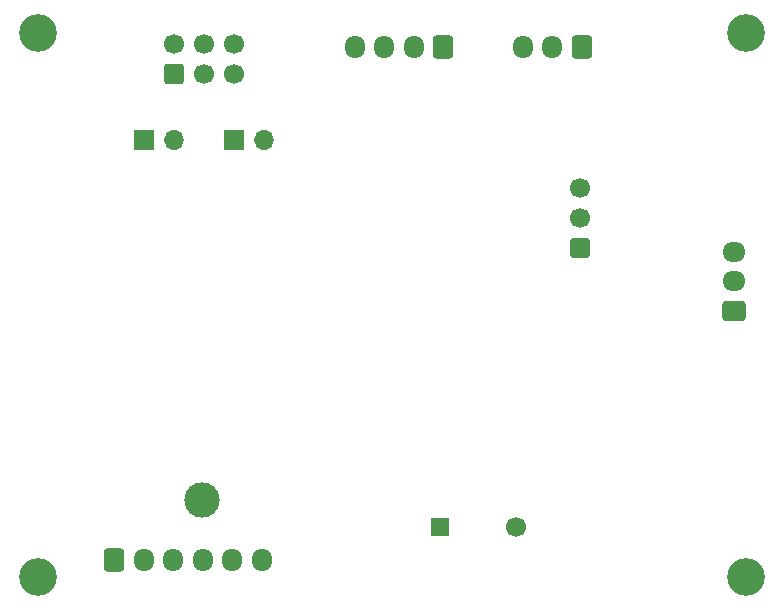
<source format=gbr>
%TF.GenerationSoftware,KiCad,Pcbnew,9.0.0-rc1*%
%TF.CreationDate,2025-03-28T12:21:10+01:00*%
%TF.ProjectId,Robobuoy-Top-Round-v2_0,526f626f-6275-46f7-992d-546f702d526f,rev?*%
%TF.SameCoordinates,Original*%
%TF.FileFunction,Soldermask,Bot*%
%TF.FilePolarity,Negative*%
%FSLAX46Y46*%
G04 Gerber Fmt 4.6, Leading zero omitted, Abs format (unit mm)*
G04 Created by KiCad (PCBNEW 9.0.0-rc1) date 2025-03-28 12:21:10*
%MOMM*%
%LPD*%
G01*
G04 APERTURE LIST*
G04 Aperture macros list*
%AMRoundRect*
0 Rectangle with rounded corners*
0 $1 Rounding radius*
0 $2 $3 $4 $5 $6 $7 $8 $9 X,Y pos of 4 corners*
0 Add a 4 corners polygon primitive as box body*
4,1,4,$2,$3,$4,$5,$6,$7,$8,$9,$2,$3,0*
0 Add four circle primitives for the rounded corners*
1,1,$1+$1,$2,$3*
1,1,$1+$1,$4,$5*
1,1,$1+$1,$6,$7*
1,1,$1+$1,$8,$9*
0 Add four rect primitives between the rounded corners*
20,1,$1+$1,$2,$3,$4,$5,0*
20,1,$1+$1,$4,$5,$6,$7,0*
20,1,$1+$1,$6,$7,$8,$9,0*
20,1,$1+$1,$8,$9,$2,$3,0*%
G04 Aperture macros list end*
%ADD10C,3.200000*%
%ADD11RoundRect,0.250000X0.600000X-0.600000X0.600000X0.600000X-0.600000X0.600000X-0.600000X-0.600000X0*%
%ADD12C,1.700000*%
%ADD13C,3.000000*%
%ADD14R,1.700000X1.700000*%
%ADD15O,1.700000X1.700000*%
%ADD16R,1.650000X1.650000*%
%ADD17RoundRect,0.250000X-0.600000X-0.725000X0.600000X-0.725000X0.600000X0.725000X-0.600000X0.725000X0*%
%ADD18O,1.700000X1.950000*%
%ADD19RoundRect,0.250000X0.725000X-0.600000X0.725000X0.600000X-0.725000X0.600000X-0.725000X-0.600000X0*%
%ADD20O,1.950000X1.700000*%
%ADD21RoundRect,0.250000X0.600000X0.725000X-0.600000X0.725000X-0.600000X-0.725000X0.600000X-0.725000X0*%
%ADD22RoundRect,0.206250X0.618750X-0.618750X0.618750X0.618750X-0.618750X0.618750X-0.618750X-0.618750X0*%
G04 APERTURE END LIST*
D10*
%TO.C,H403*%
X35000000Y21000000D03*
%TD*%
D11*
%TO.C,J101*%
X-13467000Y17535500D03*
D12*
X-13467000Y20075500D03*
X-10927000Y17535500D03*
X-10927000Y20075500D03*
X-8387000Y17535500D03*
X-8387000Y20075500D03*
%TD*%
D13*
%TO.C,TP203*%
X-11049000Y-18491200D03*
%TD*%
D14*
%TO.C,SW101*%
X-8382000Y11938000D03*
D15*
X-5842000Y11938000D03*
%TD*%
D14*
%TO.C,SW102*%
X-16007000Y11938000D03*
D15*
X-13467000Y11938000D03*
%TD*%
D16*
%TO.C,BZ101*%
X9038000Y-20828000D03*
D12*
X15538000Y-20828000D03*
%TD*%
D17*
%TO.C,J103*%
X-18502000Y-23622000D03*
D18*
X-16002000Y-23622000D03*
X-13502000Y-23622000D03*
X-11002000Y-23622000D03*
X-8502000Y-23622000D03*
X-6002000Y-23622000D03*
%TD*%
D19*
%TO.C,J201*%
X34000000Y-2500000D03*
D20*
X34000000Y0D03*
X34000000Y2500000D03*
%TD*%
D10*
%TO.C,H402*%
X-25000000Y-25000000D03*
%TD*%
D21*
%TO.C,J104*%
X9338000Y19795000D03*
D18*
X6838000Y19795000D03*
X4338000Y19795000D03*
X1838000Y19795000D03*
%TD*%
D22*
%TO.C,SW201*%
X20924000Y2794000D03*
D12*
X20924000Y5334000D03*
X20924000Y7874000D03*
%TD*%
D10*
%TO.C,H404*%
X35000000Y-25000000D03*
%TD*%
D21*
%TO.C,J202*%
X21082000Y19812000D03*
D18*
X18582000Y19812000D03*
X16082000Y19812000D03*
%TD*%
D10*
%TO.C,H401*%
X-25000000Y21000000D03*
%TD*%
M02*

</source>
